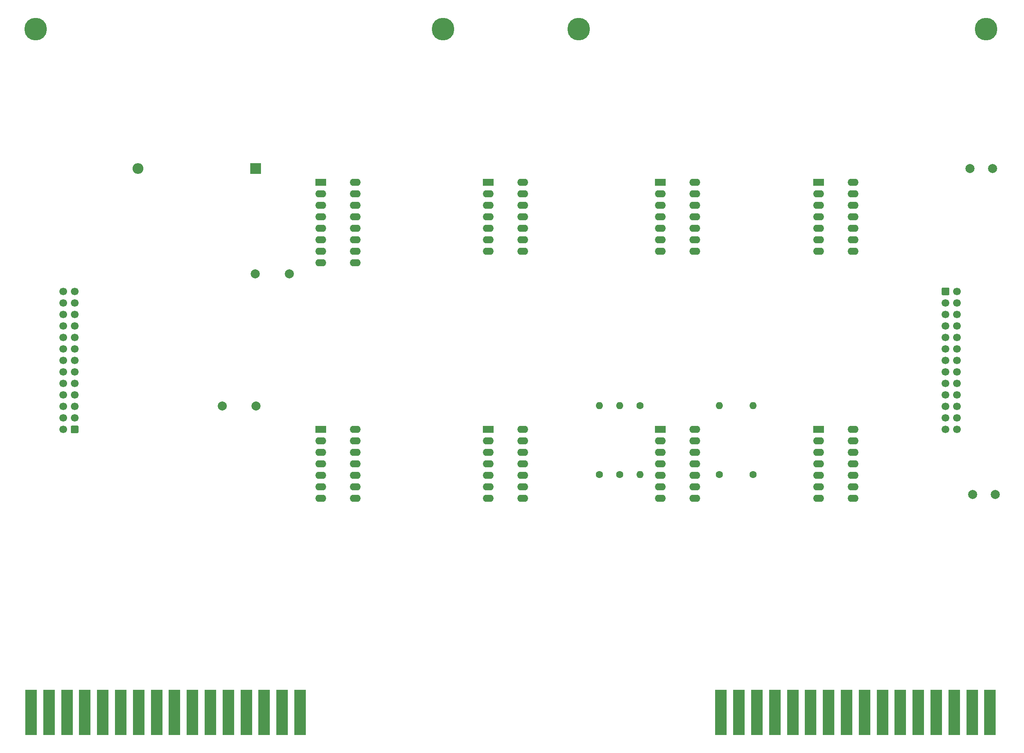
<source format=gbr>
%TF.GenerationSoftware,KiCad,Pcbnew,(5.1.10-1-10_14)*%
%TF.CreationDate,2022-02-02T20:10:15+11:00*%
%TF.ProjectId,Buffer,42756666-6572-42e6-9b69-6361645f7063,rev?*%
%TF.SameCoordinates,Original*%
%TF.FileFunction,Soldermask,Bot*%
%TF.FilePolarity,Negative*%
%FSLAX46Y46*%
G04 Gerber Fmt 4.6, Leading zero omitted, Abs format (unit mm)*
G04 Created by KiCad (PCBNEW (5.1.10-1-10_14)) date 2022-02-02 20:10:15*
%MOMM*%
%LPD*%
G01*
G04 APERTURE LIST*
%ADD10C,1.700000*%
%ADD11C,2.000000*%
%ADD12O,2.400000X2.400000*%
%ADD13R,2.400000X2.400000*%
%ADD14O,1.600000X1.600000*%
%ADD15C,1.600000*%
%ADD16O,2.400000X1.600000*%
%ADD17R,2.400000X1.600000*%
%ADD18C,5.000000*%
%ADD19R,2.540000X10.000000*%
G04 APERTURE END LIST*
D10*
%TO.C,J5*%
X65650000Y-121050000D03*
X65650000Y-123590000D03*
X65650000Y-126130000D03*
X65650000Y-128670000D03*
X65650000Y-131210000D03*
X65650000Y-133750000D03*
X65650000Y-136290000D03*
X65650000Y-138830000D03*
X65650000Y-141370000D03*
X65650000Y-143910000D03*
X65650000Y-146450000D03*
X65650000Y-148990000D03*
X65650000Y-151530000D03*
X68190000Y-121050000D03*
X68190000Y-123590000D03*
X68190000Y-126130000D03*
X68190000Y-128670000D03*
X68190000Y-131210000D03*
X68190000Y-133750000D03*
X68190000Y-136290000D03*
X68190000Y-138830000D03*
X68190000Y-141370000D03*
X68190000Y-143910000D03*
X68190000Y-146450000D03*
X68190000Y-148990000D03*
G36*
G01*
X69040000Y-150930000D02*
X69040000Y-152130000D01*
G75*
G02*
X68790000Y-152380000I-250000J0D01*
G01*
X67590000Y-152380000D01*
G75*
G02*
X67340000Y-152130000I0J250000D01*
G01*
X67340000Y-150930000D01*
G75*
G02*
X67590000Y-150680000I250000J0D01*
G01*
X68790000Y-150680000D01*
G75*
G02*
X69040000Y-150930000I0J-250000D01*
G01*
G37*
%TD*%
D11*
%TO.C,C4*%
X270990000Y-93830000D03*
X265990000Y-93830000D03*
%TD*%
%TO.C,C3*%
X271590000Y-165930000D03*
X266590000Y-165930000D03*
%TD*%
%TO.C,C2*%
X100790000Y-146330000D03*
X108290000Y-146330000D03*
%TD*%
%TO.C,C1*%
X115590000Y-117130000D03*
X108090000Y-117130000D03*
%TD*%
D12*
%TO.C,C5*%
X82190000Y-93830000D03*
D13*
X108190000Y-93830000D03*
%TD*%
D14*
%TO.C,R26*%
X218090000Y-146290000D03*
D15*
X218090000Y-161530000D03*
%TD*%
D16*
%TO.C,U1*%
X167210000Y-96910000D03*
X159590000Y-112150000D03*
X167210000Y-99450000D03*
X159590000Y-109610000D03*
X167210000Y-101990000D03*
X159590000Y-107070000D03*
X167210000Y-104530000D03*
X159590000Y-104530000D03*
X167210000Y-107070000D03*
X159590000Y-101990000D03*
X167210000Y-109610000D03*
X159590000Y-99450000D03*
X167210000Y-112150000D03*
D17*
X159590000Y-96910000D03*
%TD*%
D14*
%TO.C,R23*%
X193090000Y-161530000D03*
D15*
X193090000Y-146290000D03*
%TD*%
D14*
%TO.C,R24*%
X188590000Y-146290000D03*
D15*
X188590000Y-161530000D03*
%TD*%
D14*
%TO.C,R25*%
X184090000Y-146290000D03*
D15*
X184090000Y-161530000D03*
%TD*%
D14*
%TO.C,R27*%
X210590000Y-146290000D03*
D15*
X210590000Y-161530000D03*
%TD*%
D16*
%TO.C,J3*%
X130210000Y-96910000D03*
X122590000Y-114690000D03*
X130210000Y-99450000D03*
X122590000Y-112150000D03*
X130210000Y-101990000D03*
X122590000Y-109610000D03*
X130210000Y-104530000D03*
X122590000Y-107070000D03*
X130210000Y-107070000D03*
X122590000Y-104530000D03*
X130210000Y-109610000D03*
X122590000Y-101990000D03*
X130210000Y-112150000D03*
X122590000Y-99450000D03*
X130210000Y-114690000D03*
D17*
X122590000Y-96910000D03*
%TD*%
D16*
%TO.C,U7*%
X240210000Y-151530000D03*
X232590000Y-166770000D03*
X240210000Y-154070000D03*
X232590000Y-164230000D03*
X240210000Y-156610000D03*
X232590000Y-161690000D03*
X240210000Y-159150000D03*
X232590000Y-159150000D03*
X240210000Y-161690000D03*
X232590000Y-156610000D03*
X240210000Y-164230000D03*
X232590000Y-154070000D03*
X240210000Y-166770000D03*
D17*
X232590000Y-151530000D03*
%TD*%
D16*
%TO.C,U4*%
X130210000Y-151530000D03*
X122590000Y-166770000D03*
X130210000Y-154070000D03*
X122590000Y-164230000D03*
X130210000Y-156610000D03*
X122590000Y-161690000D03*
X130210000Y-159150000D03*
X122590000Y-159150000D03*
X130210000Y-161690000D03*
X122590000Y-156610000D03*
X130210000Y-164230000D03*
X122590000Y-154070000D03*
X130210000Y-166770000D03*
D17*
X122590000Y-151530000D03*
%TD*%
D16*
%TO.C,U6*%
X205210000Y-151530000D03*
X197590000Y-166770000D03*
X205210000Y-154070000D03*
X197590000Y-164230000D03*
X205210000Y-156610000D03*
X197590000Y-161690000D03*
X205210000Y-159150000D03*
X197590000Y-159150000D03*
X205210000Y-161690000D03*
X197590000Y-156610000D03*
X205210000Y-164230000D03*
X197590000Y-154070000D03*
X205210000Y-166770000D03*
D17*
X197590000Y-151530000D03*
%TD*%
D16*
%TO.C,U5*%
X167210000Y-151530000D03*
X159590000Y-166770000D03*
X167210000Y-154070000D03*
X159590000Y-164230000D03*
X167210000Y-156610000D03*
X159590000Y-161690000D03*
X167210000Y-159150000D03*
X159590000Y-159150000D03*
X167210000Y-161690000D03*
X159590000Y-156610000D03*
X167210000Y-164230000D03*
X159590000Y-154070000D03*
X167210000Y-166770000D03*
D17*
X159590000Y-151530000D03*
%TD*%
D16*
%TO.C,U3*%
X240210000Y-96910000D03*
X232590000Y-112150000D03*
X240210000Y-99450000D03*
X232590000Y-109610000D03*
X240210000Y-101990000D03*
X232590000Y-107070000D03*
X240210000Y-104530000D03*
X232590000Y-104530000D03*
X240210000Y-107070000D03*
X232590000Y-101990000D03*
X240210000Y-109610000D03*
X232590000Y-99450000D03*
X240210000Y-112150000D03*
D17*
X232590000Y-96910000D03*
%TD*%
D16*
%TO.C,U2*%
X205210000Y-96910000D03*
X197590000Y-112150000D03*
X205210000Y-99450000D03*
X197590000Y-109610000D03*
X205210000Y-101990000D03*
X197590000Y-107070000D03*
X205210000Y-104530000D03*
X197590000Y-104530000D03*
X205210000Y-107070000D03*
X197590000Y-101990000D03*
X205210000Y-109610000D03*
X197590000Y-99450000D03*
X205210000Y-112150000D03*
D17*
X197590000Y-96910000D03*
%TD*%
D18*
%TO.C,H2*%
X179590000Y-63030000D03*
X269590000Y-63030000D03*
%TD*%
%TO.C,H1*%
X59590000Y-63030000D03*
X149590000Y-63030000D03*
%TD*%
D10*
%TO.C,J4*%
X263130000Y-151510000D03*
X263130000Y-148970000D03*
X263130000Y-146430000D03*
X263130000Y-143890000D03*
X263130000Y-141350000D03*
X263130000Y-138810000D03*
X263130000Y-136270000D03*
X263130000Y-133730000D03*
X263130000Y-131190000D03*
X263130000Y-128650000D03*
X263130000Y-126110000D03*
X263130000Y-123570000D03*
X263130000Y-121030000D03*
X260590000Y-151510000D03*
X260590000Y-148970000D03*
X260590000Y-146430000D03*
X260590000Y-143890000D03*
X260590000Y-141350000D03*
X260590000Y-138810000D03*
X260590000Y-136270000D03*
X260590000Y-133730000D03*
X260590000Y-131190000D03*
X260590000Y-128650000D03*
X260590000Y-126110000D03*
X260590000Y-123570000D03*
G36*
G01*
X259740000Y-121630000D02*
X259740000Y-120430000D01*
G75*
G02*
X259990000Y-120180000I250000J0D01*
G01*
X261190000Y-120180000D01*
G75*
G02*
X261440000Y-120430000I0J-250000D01*
G01*
X261440000Y-121630000D01*
G75*
G02*
X261190000Y-121880000I-250000J0D01*
G01*
X259990000Y-121880000D01*
G75*
G02*
X259740000Y-121630000I0J250000D01*
G01*
G37*
%TD*%
D19*
%TO.C,J2*%
X58564000Y-214100000D03*
X62526400Y-214100000D03*
X66488800Y-214100000D03*
X70451200Y-214100000D03*
X74413600Y-214100000D03*
X78376000Y-214100000D03*
X82338400Y-214100000D03*
X86300800Y-214100000D03*
X90263200Y-214100000D03*
X94225600Y-214100000D03*
X98188000Y-214100000D03*
X102150400Y-214100000D03*
X106112800Y-214100000D03*
X110075200Y-214100000D03*
X114037600Y-214100000D03*
X118000000Y-214100000D03*
%TD*%
%TO.C,J1*%
X210987200Y-214058000D03*
X214949600Y-214058000D03*
X218912000Y-214058000D03*
X222874400Y-214058000D03*
X226836800Y-214058000D03*
X230799200Y-214058000D03*
X234761600Y-214058000D03*
X238724000Y-214058000D03*
X242686400Y-214058000D03*
X246648800Y-214058000D03*
X250611200Y-214058000D03*
X254573600Y-214058000D03*
X258536000Y-214058000D03*
X262498400Y-214058000D03*
X266460800Y-214058000D03*
X270423200Y-214058000D03*
%TD*%
M02*

</source>
